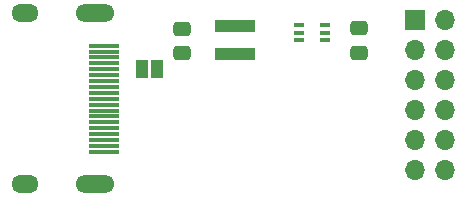
<source format=gbr>
%TF.GenerationSoftware,KiCad,Pcbnew,7.0.10*%
%TF.CreationDate,2024-01-20T12:44:41+00:00*%
%TF.ProjectId,arty_hdmi_pmod,61727479-5f68-4646-9d69-5f706d6f642e,rev?*%
%TF.SameCoordinates,Original*%
%TF.FileFunction,Soldermask,Top*%
%TF.FilePolarity,Negative*%
%FSLAX46Y46*%
G04 Gerber Fmt 4.6, Leading zero omitted, Abs format (unit mm)*
G04 Created by KiCad (PCBNEW 7.0.10) date 2024-01-20 12:44:41*
%MOMM*%
%LPD*%
G01*
G04 APERTURE LIST*
G04 Aperture macros list*
%AMRoundRect*
0 Rectangle with rounded corners*
0 $1 Rounding radius*
0 $2 $3 $4 $5 $6 $7 $8 $9 X,Y pos of 4 corners*
0 Add a 4 corners polygon primitive as box body*
4,1,4,$2,$3,$4,$5,$6,$7,$8,$9,$2,$3,0*
0 Add four circle primitives for the rounded corners*
1,1,$1+$1,$2,$3*
1,1,$1+$1,$4,$5*
1,1,$1+$1,$6,$7*
1,1,$1+$1,$8,$9*
0 Add four rect primitives between the rounded corners*
20,1,$1+$1,$2,$3,$4,$5,0*
20,1,$1+$1,$4,$5,$6,$7,0*
20,1,$1+$1,$6,$7,$8,$9,0*
20,1,$1+$1,$8,$9,$2,$3,0*%
G04 Aperture macros list end*
%ADD10RoundRect,0.250000X-0.475000X0.337500X-0.475000X-0.337500X0.475000X-0.337500X0.475000X0.337500X0*%
%ADD11R,3.400000X0.980000*%
%ADD12R,0.900000X0.400000*%
%ADD13RoundRect,0.250000X0.475000X-0.337500X0.475000X0.337500X-0.475000X0.337500X-0.475000X-0.337500X0*%
%ADD14R,2.600000X0.300000*%
%ADD15O,3.300000X1.500000*%
%ADD16O,2.300000X1.500000*%
%ADD17R,1.700000X1.700000*%
%ADD18O,1.700000X1.700000*%
%ADD19R,1.000000X1.500000*%
G04 APERTURE END LIST*
D10*
%TO.C,C2*%
X94640400Y-49813300D03*
X94640400Y-51888300D03*
%TD*%
D11*
%TO.C,L1*%
X99060000Y-51985000D03*
X99060000Y-49615000D03*
%TD*%
D12*
%TO.C,U1*%
X106680000Y-50800000D03*
X106680000Y-50150000D03*
X106680000Y-49500000D03*
X104480000Y-49500000D03*
X104480000Y-50150000D03*
X104480000Y-50800000D03*
%TD*%
D13*
%TO.C,C1*%
X109560000Y-51837500D03*
X109560000Y-49762500D03*
%TD*%
D14*
%TO.C,J1*%
X88000000Y-60240000D03*
X88000000Y-59740000D03*
X88000000Y-59240000D03*
X88000000Y-58740000D03*
X88000000Y-58240000D03*
X88000000Y-57740000D03*
X88000000Y-57240000D03*
X88000000Y-56740000D03*
X88000000Y-56240000D03*
X88000000Y-55740000D03*
X88000000Y-55240000D03*
X88000000Y-54740000D03*
X88000000Y-54240000D03*
X88000000Y-53740000D03*
X88000000Y-53240000D03*
X88000000Y-52740000D03*
X88000000Y-52240000D03*
X88000000Y-51740000D03*
X88000000Y-51240000D03*
D15*
X87240000Y-62990000D03*
X87240000Y-48490000D03*
D16*
X81280000Y-62990000D03*
X81280000Y-48490000D03*
%TD*%
D17*
%TO.C,J2*%
X114300000Y-49040000D03*
D18*
X116840000Y-49040000D03*
X114300000Y-51580000D03*
X116840000Y-51580000D03*
X114300000Y-54120000D03*
X116840000Y-54120000D03*
X114300000Y-56660000D03*
X116840000Y-56660000D03*
X114300000Y-59200000D03*
X116840000Y-59200000D03*
X114300000Y-61740000D03*
X116840000Y-61740000D03*
%TD*%
D19*
%TO.C,G*%
X91196400Y-53187600D03*
X92496400Y-53187600D03*
%TD*%
M02*

</source>
